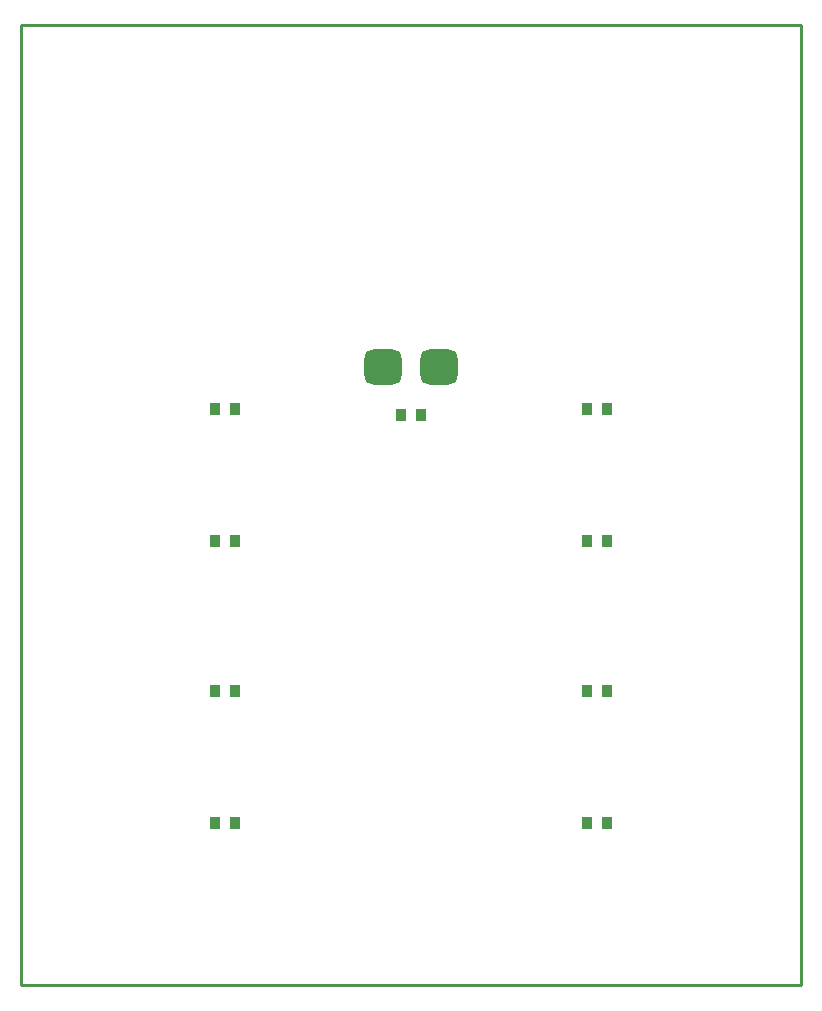
<source format=gbp>
G04 Layer_Color=128*
%FSLAX25Y25*%
%MOIN*%
G70*
G01*
G75*
%ADD17C,0.01000*%
%ADD31R,0.03740X0.03937*%
G04:AMPARAMS|DCode=32|XSize=118.11mil|YSize=124.02mil|CornerRadius=29.53mil|HoleSize=0mil|Usage=FLASHONLY|Rotation=90.000|XOffset=0mil|YOffset=0mil|HoleType=Round|Shape=RoundedRectangle|*
%AMROUNDEDRECTD32*
21,1,0.11811,0.06496,0,0,90.0*
21,1,0.05906,0.12402,0,0,90.0*
1,1,0.05906,0.03248,0.02953*
1,1,0.05906,0.03248,-0.02953*
1,1,0.05906,-0.03248,-0.02953*
1,1,0.05906,-0.03248,0.02953*
%
%ADD32ROUNDEDRECTD32*%
D17*
X0Y0D02*
X260000D01*
Y320000D01*
X0D02*
X260000D01*
X0Y0D02*
Y320000D01*
D31*
X64752Y192000D02*
D03*
X71248D02*
D03*
X126752Y190000D02*
D03*
X133248D02*
D03*
X64752Y148000D02*
D03*
X71248D02*
D03*
X64752Y98000D02*
D03*
X71248D02*
D03*
X64752Y54000D02*
D03*
X71248D02*
D03*
X188752Y192000D02*
D03*
X195248D02*
D03*
X188752Y148000D02*
D03*
X195248D02*
D03*
X188752Y98000D02*
D03*
X195248D02*
D03*
X188752Y54000D02*
D03*
X195248D02*
D03*
D32*
X120551Y206000D02*
D03*
X139449D02*
D03*
M02*

</source>
